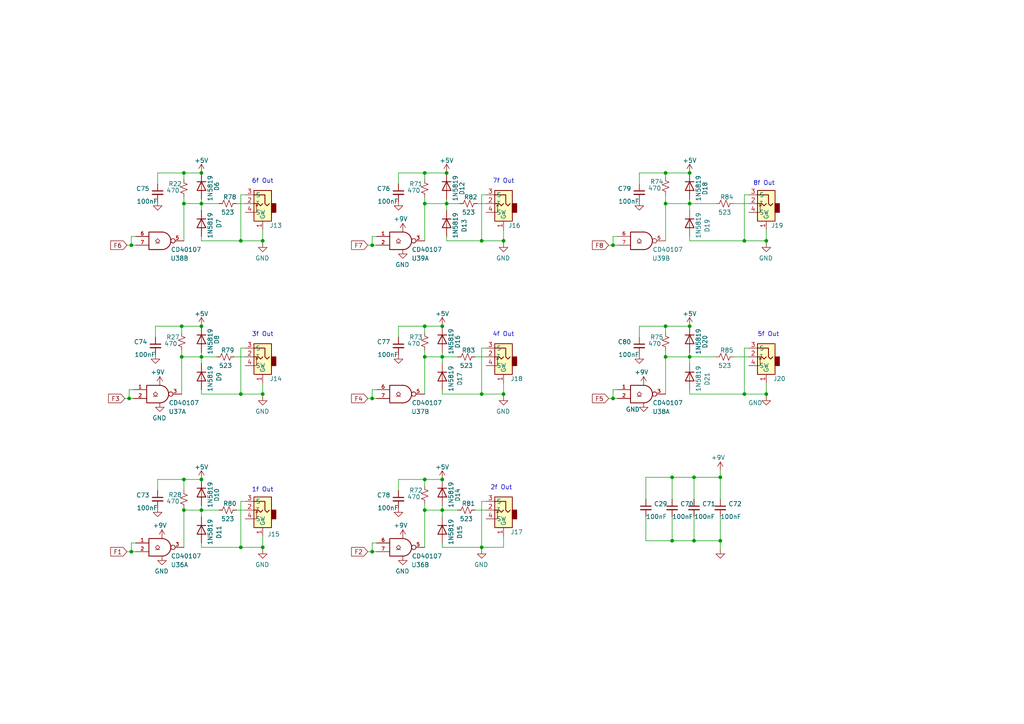
<source format=kicad_sch>
(kicad_sch (version 20211123) (generator eeschema)
  (paper "A4")
  (lib_symbols
    (symbol "Device:C_Small" (pin_numbers hide) (pin_names (offset 0.254) hide)
      (property "Reference" "C" (at 0.254 1.778 0))
      (property "Value" "C_Small" (at 0.254 -2.032 0))
      (symbol "C_Small_0_1"
        (polyline (pts (xy -1.524 -0.508) (xy 1.524 -0.508)) (stroke (width 0.3302)))
        (polyline (pts (xy -1.524 0.508) (xy 1.524 0.508)) (stroke (width 0.3048)))
      )
      (symbol "C_Small_1_1"
        (pin passive line (at 0 2.54 270) (length 2.032) (name "~") (number "1"))
        (pin passive line (at 0 -2.54 90) (length 2.032) (name "~") (number "2"))
      )
    )
    (symbol "Device:R_Small_US" (pin_numbers hide) (pin_names (offset 0.254) hide)
      (property "Reference" "R" (at 0.762 0.508 0))
      (property "Value" "R_Small_US" (at 0.762 -1.016 0))
      (symbol "R_Small_US_1_1"
        (polyline (pts (xy 0 0) (xy 1.016 -0.381) (xy 0 -0.762) (xy -1.016 -1.143) (xy 0 -1.524)))
        (polyline (pts (xy 0 1.524) (xy 1.016 1.143) (xy 0 0.762) (xy -1.016 0.381) (xy 0 0)))
        (pin passive line (at 0 2.54 270) (length 1.016) (name "~") (number "1"))
        (pin passive line (at 0 -2.54 90) (length 1.016) (name "~") (number "2"))
      )
    )
    (symbol "Diode:1N4148" (pin_numbers hide) (pin_names (offset 1.016) hide)
      (property "Reference" "D" (at 0 2.54 0))
      (property "Value" "1N4148" (at 0 -2.54 0))
      (symbol "1N4148_0_1"
        (polyline (pts (xy -1.27 1.27) (xy -1.27 -1.27)) (stroke (width 0.254)))
        (polyline (pts (xy 1.27 0) (xy -1.27 0)))
        (polyline (pts (xy 1.27 1.27) (xy 1.27 -1.27) (xy -1.27 0) (xy 1.27 1.27)) (stroke (width 0.254)))
      )
      (symbol "1N4148_1_1"
        (pin passive line (at -3.81 0 0) (length 2.54) (name "K") (number "1"))
        (pin passive line (at 3.81 0 180) (length 2.54) (name "A") (number "2"))
      )
    )
    (symbol "greenface-symbols:CD40107" (pin_names (offset 1.016))
      (property "Reference" "U" (at -2.54 3.81 0))
      (property "Value" "CD40107" (at 0 -3.81 0))
      (symbol "CD40107_0_1"
        (arc (start 0 -2.54) (mid 2.54 0) (end 0 2.54) (stroke (width 0.254)))
        (polyline (pts (xy -1.905 -0.635) (xy -0.635 -0.635)))
        (polyline (pts (xy 0 -2.54) (xy -3.81 -2.54) (xy -3.81 2.54) (xy 0 2.54)) (stroke (width 0.254)))
        (polyline (pts (xy -1.27 0.635) (xy -1.905 0) (xy -1.27 -0.635) (xy -0.635 0) (xy -1.27 0.635)))
        (pin power_in line (at 0 -2.54 270) (length 0) hide (name "GND") (number "4"))
        (pin power_in line (at 0 2.54 90) (length 0) hide (name "VCC") (number "8"))
      )
      (symbol "CD40107_1_1"
        (pin input line (at -7.62 1.27 0) (length 3.81) (name "~") (number "1"))
        (pin input line (at -7.62 -1.27 0) (length 3.81) (name "~") (number "2"))
        (pin open_collector inverted (at 6.35 0 180) (length 3.81) (name "~") (number "3"))
      )
      (symbol "CD40107_2_1"
        (pin open_collector inverted (at 6.35 0 180) (length 3.81) (name "~") (number "5"))
        (pin input line (at -7.62 1.27 0) (length 3.81) (name "~") (number "6"))
        (pin input line (at -7.62 -1.27 0) (length 3.81) (name "~") (number "7"))
      )
    )
    (symbol "greenface-symbols:Molex_47257"
      (property "Reference" "J" (at 0 8.89 0))
      (property "Value" "Molex_47257" (at 0 6.35 0))
      (symbol "Molex_47257_0_1"
        (rectangle (start -2.54 0) (end -3.81 -2.54) (stroke (width 0.254)) (fill (type outline)))
        (polyline (pts (xy 1.778 -0.254) (xy 2.032 -0.762)))
        (polyline (pts (xy 0 0) (xy 0.635 -0.635) (xy 1.27 0) (xy 2.54 0)) (stroke (width 0.254)))
        (polyline (pts (xy 2.54 -2.54) (xy 1.778 -2.54) (xy 1.778 -0.254) (xy 1.524 -0.762)))
        (polyline (pts (xy 2.54 2.54) (xy -0.635 2.54) (xy -0.635 0) (xy -1.27 -0.635) (xy -1.905 0)) (stroke (width 0.254)))
        (rectangle (start 2.54 3.81) (end -2.54 -5.08) (stroke (width 0.254)) (fill (type background)))
      )
      (symbol "Molex_47257_1_1"
        (pin passive line (at 0 -7.62 90) (length 2.54) (name "G") (number "1"))
        (pin passive line (at 5.08 0 180) (length 2.54) (name "T") (number "2"))
        (pin passive line (at 5.08 2.54 180) (length 2.54) (name "S") (number "3"))
        (pin passive line (at 5.08 -2.54 180) (length 2.54) (name "SW") (number "4"))
      )
    )
    (symbol "power:+5V" (power) (pin_names (offset 0))
      (property "Value" "+5V" (at 0 3.556 0))
      (symbol "+5V_0_1"
        (polyline (pts (xy -0.762 1.27) (xy 0 2.54)))
        (polyline (pts (xy 0 0) (xy 0 2.54)))
        (polyline (pts (xy 0 2.54) (xy 0.762 1.27)))
      )
      (symbol "+5V_1_1"
        (pin power_in line (at 0 0 90) (length 0) hide (name "+5V") (number "1"))
      )
    )
    (symbol "power:+9V" (power) (pin_names (offset 0))
      (property "Value" "+9V" (at 0 3.556 0))
      (symbol "+9V_0_1"
        (polyline (pts (xy -0.762 1.27) (xy 0 2.54)))
        (polyline (pts (xy 0 0) (xy 0 2.54)))
        (polyline (pts (xy 0 2.54) (xy 0.762 1.27)))
      )
      (symbol "+9V_1_1"
        (pin power_in line (at 0 0 90) (length 0) hide (name "+9V") (number "1"))
      )
    )
    (symbol "power:GND" (power) (pin_names (offset 0))
      (property "Value" "GND" (at 0 -3.81 0))
      (symbol "GND_0_1"
        (polyline (pts (xy 0 0) (xy 0 -1.27) (xy 1.27 -1.27) (xy 0 -2.54) (xy -1.27 -1.27) (xy 0 -1.27)))
      )
      (symbol "GND_1_1"
        (pin power_in line (at 0 0 270) (length 0) hide (name "GND") (number "1"))
      )
    )
  )
  (junction (at 38.1 160.02))
  (junction (at 58.42 103.505))
  (junction (at 208.915 156.845))
  (junction (at 193.04 103.505))
  (junction (at 193.04 94.615))
  (junction (at 38.1 71.12))
  (junction (at 123.19 139.065))
  (junction (at 107.95 160.02))
  (junction (at 76.2 158.75))
  (junction (at 200.025 50.165))
  (junction (at 58.42 59.055))
  (junction (at 53.34 139.065))
  (junction (at 222.25 69.85))
  (junction (at 123.19 50.165))
  (junction (at 200.025 103.505))
  (junction (at 194.945 138.43))
  (junction (at 123.19 147.955))
  (junction (at 146.05 114.3))
  (junction (at 69.85 158.75))
  (junction (at 139.7 158.75))
  (junction (at 52.705 103.505))
  (junction (at 177.8 115.57))
  (junction (at 58.42 139.065))
  (junction (at 128.27 103.505))
  (junction (at 37.465 115.57))
  (junction (at 129.54 50.165))
  (junction (at 139.7 114.3))
  (junction (at 58.42 50.165))
  (junction (at 53.34 59.055))
  (junction (at 200.025 94.615))
  (junction (at 123.19 59.055))
  (junction (at 123.19 103.505))
  (junction (at 53.34 50.165))
  (junction (at 53.34 147.955))
  (junction (at 193.04 50.165))
  (junction (at 129.54 59.055))
  (junction (at 58.42 94.615))
  (junction (at 208.915 138.43))
  (junction (at 52.705 94.615))
  (junction (at 58.42 147.955))
  (junction (at 194.945 156.845))
  (junction (at 107.95 71.12))
  (junction (at 76.2 114.3))
  (junction (at 201.295 138.43))
  (junction (at 215.9 114.3))
  (junction (at 128.27 147.955))
  (junction (at 200.025 59.055))
  (junction (at 107.95 115.57))
  (junction (at 69.85 69.85))
  (junction (at 177.8 71.12))
  (junction (at 69.85 114.3))
  (junction (at 146.05 69.85))
  (junction (at 193.04 59.055))
  (junction (at 215.9 69.85))
  (junction (at 76.2 69.85))
  (junction (at 201.295 156.845))
  (junction (at 128.27 94.615))
  (junction (at 139.7 69.85))
  (junction (at 128.27 139.065))
  (junction (at 222.25 114.3))
  (junction (at 123.19 94.615))
  (wire (pts (xy 193.04 101.6) (xy 193.04 103.505)))
  (wire (pts (xy 115.57 97.79) (xy 115.57 94.615)))
  (wire (pts (xy 200.025 114.3) (xy 215.9 114.3)))
  (wire (pts (xy 39.37 157.48) (xy 38.1 157.48)))
  (wire (pts (xy 76.2 69.85) (xy 76.2 70.485)))
  (wire (pts (xy 177.8 113.03) (xy 177.8 115.57)))
  (wire (pts (xy 222.25 69.85) (xy 222.25 70.485)))
  (wire (pts (xy 179.07 68.58) (xy 177.8 68.58)))
  (wire (pts (xy 129.54 59.055) (xy 133.35 59.055)))
  (wire (pts (xy 45.72 50.165) (xy 53.34 50.165)))
  (wire (pts (xy 200.025 103.505) (xy 207.645 103.505)))
  (wire (pts (xy 128.27 102.235) (xy 128.27 103.505)))
  (wire (pts (xy 71.12 56.515) (xy 69.85 56.515)))
  (wire (pts (xy 45.72 53.34) (xy 45.72 50.165)))
  (wire (pts (xy 146.05 66.675) (xy 146.05 69.85)))
  (wire (pts (xy 128.27 103.505) (xy 132.715 103.505)))
  (wire (pts (xy 58.42 158.75) (xy 69.85 158.75)))
  (wire (pts (xy 123.19 103.505) (xy 128.27 103.505)))
  (wire (pts (xy 128.27 103.505) (xy 128.27 105.41)))
  (wire (pts (xy 52.705 103.505) (xy 52.705 114.3)))
  (wire (pts (xy 58.42 69.85) (xy 69.85 69.85)))
  (wire (pts (xy 123.19 140.97) (xy 123.19 139.065)))
  (wire (pts (xy 69.85 114.3) (xy 76.2 114.3)))
  (wire (pts (xy 215.9 69.85) (xy 222.25 69.85)))
  (wire (pts (xy 201.295 156.845) (xy 208.915 156.845)))
  (wire (pts (xy 115.57 142.24) (xy 115.57 139.065)))
  (wire (pts (xy 38.1 160.02) (xy 39.37 160.02)))
  (wire (pts (xy 222.25 114.3) (xy 222.25 114.935)))
  (wire (pts (xy 53.34 50.165) (xy 58.42 50.165)))
  (wire (pts (xy 123.19 94.615) (xy 128.27 94.615)))
  (wire (pts (xy 45.72 139.065) (xy 53.34 139.065)))
  (wire (pts (xy 68.58 59.055) (xy 71.12 59.055)))
  (wire (pts (xy 53.34 59.055) (xy 58.42 59.055)))
  (wire (pts (xy 58.42 147.955) (xy 63.5 147.955)))
  (wire (pts (xy 215.9 114.3) (xy 222.25 114.3)))
  (wire (pts (xy 128.27 113.03) (xy 128.27 114.3)))
  (wire (pts (xy 109.22 113.03) (xy 107.95 113.03)))
  (wire (pts (xy 58.42 146.685) (xy 58.42 147.955)))
  (wire (pts (xy 193.04 50.165) (xy 200.025 50.165)))
  (wire (pts (xy 212.725 103.505) (xy 217.17 103.505)))
  (wire (pts (xy 38.1 68.58) (xy 38.1 71.12)))
  (wire (pts (xy 38.1 157.48) (xy 38.1 160.02)))
  (wire (pts (xy 215.9 56.515) (xy 215.9 69.85)))
  (wire (pts (xy 177.8 71.12) (xy 179.07 71.12)))
  (wire (pts (xy 200.025 69.85) (xy 215.9 69.85)))
  (wire (pts (xy 146.05 69.85) (xy 146.05 70.485)))
  (wire (pts (xy 201.295 149.86) (xy 201.295 156.845)))
  (wire (pts (xy 76.2 111.125) (xy 76.2 114.3)))
  (wire (pts (xy 69.85 100.965) (xy 69.85 114.3)))
  (wire (pts (xy 193.04 51.435) (xy 193.04 50.165)))
  (wire (pts (xy 139.7 114.3) (xy 146.05 114.3)))
  (wire (pts (xy 58.42 114.3) (xy 69.85 114.3)))
  (wire (pts (xy 128.27 147.955) (xy 132.715 147.955)))
  (wire (pts (xy 58.42 157.48) (xy 58.42 158.75)))
  (wire (pts (xy 193.04 59.055) (xy 193.04 69.85)))
  (wire (pts (xy 37.465 115.57) (xy 38.735 115.57)))
  (wire (pts (xy 53.34 147.955) (xy 58.42 147.955)))
  (wire (pts (xy 69.85 69.85) (xy 76.2 69.85)))
  (wire (pts (xy 200.025 103.505) (xy 200.025 105.41)))
  (wire (pts (xy 185.42 94.615) (xy 193.04 94.615)))
  (wire (pts (xy 193.04 56.515) (xy 193.04 59.055)))
  (wire (pts (xy 139.7 69.85) (xy 146.05 69.85)))
  (wire (pts (xy 123.19 147.955) (xy 128.27 147.955)))
  (wire (pts (xy 208.915 136.525) (xy 208.915 138.43)))
  (wire (pts (xy 67.945 103.505) (xy 71.12 103.505)))
  (wire (pts (xy 215.9 100.965) (xy 215.9 114.3)))
  (wire (pts (xy 123.19 50.165) (xy 129.54 50.165)))
  (wire (pts (xy 123.19 139.065) (xy 128.27 139.065)))
  (wire (pts (xy 200.025 68.58) (xy 200.025 69.85)))
  (wire (pts (xy 58.42 59.055) (xy 63.5 59.055)))
  (wire (pts (xy 123.19 59.055) (xy 123.19 69.85)))
  (wire (pts (xy 200.025 102.235) (xy 200.025 103.505)))
  (wire (pts (xy 138.43 59.055) (xy 140.97 59.055)))
  (wire (pts (xy 53.34 147.32) (xy 53.34 147.955)))
  (wire (pts (xy 58.42 68.58) (xy 58.42 69.85)))
  (wire (pts (xy 128.27 157.48) (xy 128.27 158.75)))
  (wire (pts (xy 69.85 56.515) (xy 69.85 69.85)))
  (wire (pts (xy 37.465 113.03) (xy 37.465 115.57)))
  (wire (pts (xy 38.1 71.12) (xy 39.37 71.12)))
  (wire (pts (xy 106.68 115.57) (xy 107.95 115.57)))
  (wire (pts (xy 201.295 138.43) (xy 201.295 144.78)))
  (wire (pts (xy 45.085 94.615) (xy 52.705 94.615)))
  (wire (pts (xy 53.34 57.15) (xy 53.34 59.055)))
  (wire (pts (xy 128.27 114.3) (xy 139.7 114.3)))
  (wire (pts (xy 201.295 138.43) (xy 208.915 138.43)))
  (wire (pts (xy 53.34 142.24) (xy 53.34 139.065)))
  (wire (pts (xy 71.12 145.415) (xy 69.85 145.415)))
  (wire (pts (xy 179.07 113.03) (xy 177.8 113.03)))
  (wire (pts (xy 68.58 147.955) (xy 71.12 147.955)))
  (wire (pts (xy 208.915 149.86) (xy 208.915 156.845)))
  (wire (pts (xy 53.34 139.065) (xy 58.42 139.065)))
  (wire (pts (xy 217.17 100.965) (xy 215.9 100.965)))
  (wire (pts (xy 222.25 66.675) (xy 222.25 69.85)))
  (wire (pts (xy 76.2 66.675) (xy 76.2 69.85)))
  (wire (pts (xy 194.945 149.86) (xy 194.945 156.845)))
  (wire (pts (xy 187.325 149.86) (xy 187.325 156.845)))
  (wire (pts (xy 58.42 103.505) (xy 58.42 105.41)))
  (wire (pts (xy 177.8 115.57) (xy 179.07 115.57)))
  (wire (pts (xy 123.19 52.07) (xy 123.19 50.165)))
  (wire (pts (xy 187.325 156.845) (xy 194.945 156.845)))
  (wire (pts (xy 129.54 57.785) (xy 129.54 59.055)))
  (wire (pts (xy 208.915 138.43) (xy 208.915 144.78)))
  (wire (pts (xy 58.42 147.955) (xy 58.42 149.86)))
  (wire (pts (xy 194.945 138.43) (xy 194.945 144.78)))
  (wire (pts (xy 52.705 96.52) (xy 52.705 94.615)))
  (wire (pts (xy 107.95 157.48) (xy 107.95 160.02)))
  (wire (pts (xy 38.735 113.03) (xy 37.465 113.03)))
  (wire (pts (xy 222.25 111.125) (xy 222.25 114.3)))
  (wire (pts (xy 123.19 57.15) (xy 123.19 59.055)))
  (wire (pts (xy 36.83 160.02) (xy 38.1 160.02)))
  (wire (pts (xy 139.7 158.75) (xy 139.7 159.385)))
  (wire (pts (xy 107.95 71.12) (xy 109.22 71.12)))
  (wire (pts (xy 115.57 53.34) (xy 115.57 50.165)))
  (wire (pts (xy 39.37 68.58) (xy 38.1 68.58)))
  (wire (pts (xy 137.795 103.505) (xy 140.97 103.505)))
  (wire (pts (xy 52.705 103.505) (xy 58.42 103.505)))
  (wire (pts (xy 129.54 69.85) (xy 139.7 69.85)))
  (wire (pts (xy 140.97 100.965) (xy 139.7 100.965)))
  (wire (pts (xy 115.57 50.165) (xy 123.19 50.165)))
  (wire (pts (xy 123.19 146.05) (xy 123.19 147.955)))
  (wire (pts (xy 200.025 113.03) (xy 200.025 114.3)))
  (wire (pts (xy 185.42 50.165) (xy 193.04 50.165)))
  (wire (pts (xy 106.68 71.12) (xy 107.95 71.12)))
  (wire (pts (xy 123.19 103.505) (xy 123.19 114.3)))
  (wire (pts (xy 139.7 100.965) (xy 139.7 114.3)))
  (wire (pts (xy 128.27 158.75) (xy 139.7 158.75)))
  (wire (pts (xy 53.34 147.955) (xy 53.34 158.75)))
  (wire (pts (xy 76.2 114.3) (xy 76.2 114.935)))
  (wire (pts (xy 208.915 156.845) (xy 208.915 159.385)))
  (wire (pts (xy 185.42 97.79) (xy 185.42 94.615)))
  (wire (pts (xy 140.97 56.515) (xy 139.7 56.515)))
  (wire (pts (xy 137.795 147.955) (xy 140.97 147.955)))
  (wire (pts (xy 129.54 68.58) (xy 129.54 69.85)))
  (wire (pts (xy 139.7 145.415) (xy 139.7 158.75)))
  (wire (pts (xy 140.97 145.415) (xy 139.7 145.415)))
  (wire (pts (xy 109.22 68.58) (xy 107.95 68.58)))
  (wire (pts (xy 76.2 158.75) (xy 76.2 159.385)))
  (wire (pts (xy 107.95 160.02) (xy 109.22 160.02)))
  (wire (pts (xy 106.68 160.02) (xy 107.95 160.02)))
  (wire (pts (xy 177.8 68.58) (xy 177.8 71.12)))
  (wire (pts (xy 107.95 115.57) (xy 109.22 115.57)))
  (wire (pts (xy 187.325 138.43) (xy 187.325 144.78)))
  (wire (pts (xy 69.85 145.415) (xy 69.85 158.75)))
  (wire (pts (xy 128.27 147.955) (xy 128.27 149.86)))
  (wire (pts (xy 146.05 114.3) (xy 146.05 114.935)))
  (wire (pts (xy 193.04 94.615) (xy 200.025 94.615)))
  (wire (pts (xy 146.05 155.575) (xy 146.05 158.75)))
  (wire (pts (xy 187.325 138.43) (xy 194.945 138.43)))
  (wire (pts (xy 58.42 59.055) (xy 58.42 60.96)))
  (wire (pts (xy 193.04 103.505) (xy 193.04 114.3)))
  (wire (pts (xy 107.95 113.03) (xy 107.95 115.57)))
  (wire (pts (xy 71.12 100.965) (xy 69.85 100.965)))
  (wire (pts (xy 217.17 56.515) (xy 215.9 56.515)))
  (wire (pts (xy 52.705 101.6) (xy 52.705 103.505)))
  (wire (pts (xy 139.7 56.515) (xy 139.7 69.85)))
  (wire (pts (xy 115.57 139.065) (xy 123.19 139.065)))
  (wire (pts (xy 176.53 71.12) (xy 177.8 71.12)))
  (wire (pts (xy 123.19 59.055) (xy 129.54 59.055)))
  (wire (pts (xy 58.42 102.235) (xy 58.42 103.505)))
  (wire (pts (xy 53.34 59.055) (xy 53.34 69.85)))
  (wire (pts (xy 52.705 94.615) (xy 58.42 94.615)))
  (wire (pts (xy 193.04 103.505) (xy 200.025 103.505)))
  (wire (pts (xy 45.085 97.79) (xy 45.085 94.615)))
  (wire (pts (xy 200.025 59.055) (xy 200.025 60.96)))
  (wire (pts (xy 193.04 59.055) (xy 200.025 59.055)))
  (wire (pts (xy 185.42 53.34) (xy 185.42 50.165)))
  (wire (pts (xy 128.27 146.685) (xy 128.27 147.955)))
  (wire (pts (xy 212.725 59.055) (xy 217.17 59.055)))
  (wire (pts (xy 109.22 157.48) (xy 107.95 157.48)))
  (wire (pts (xy 76.2 155.575) (xy 76.2 158.75)))
  (wire (pts (xy 129.54 59.055) (xy 129.54 60.96)))
  (wire (pts (xy 176.53 115.57) (xy 177.8 115.57)))
  (wire (pts (xy 115.57 94.615) (xy 123.19 94.615)))
  (wire (pts (xy 194.945 138.43) (xy 201.295 138.43)))
  (wire (pts (xy 58.42 57.785) (xy 58.42 59.055)))
  (wire (pts (xy 200.025 59.055) (xy 207.645 59.055)))
  (wire (pts (xy 194.945 156.845) (xy 201.295 156.845)))
  (wire (pts (xy 36.83 71.12) (xy 38.1 71.12)))
  (wire (pts (xy 58.42 103.505) (xy 62.865 103.505)))
  (wire (pts (xy 123.19 96.52) (xy 123.19 94.615)))
  (wire (pts (xy 200.025 57.785) (xy 200.025 59.055)))
  (wire (pts (xy 193.04 96.52) (xy 193.04 94.615)))
  (wire (pts (xy 139.7 158.75) (xy 146.05 158.75)))
  (wire (pts (xy 45.72 142.24) (xy 45.72 139.065)))
  (wire (pts (xy 107.95 68.58) (xy 107.95 71.12)))
  (wire (pts (xy 123.19 147.955) (xy 123.19 158.75)))
  (wire (pts (xy 123.19 101.6) (xy 123.19 103.505)))
  (wire (pts (xy 69.85 158.75) (xy 76.2 158.75)))
  (wire (pts (xy 146.05 111.125) (xy 146.05 114.3)))
  (wire (pts (xy 58.42 113.03) (xy 58.42 114.3)))
  (wire (pts (xy 53.34 52.07) (xy 53.34 50.165)))
  (wire (pts (xy 36.195 115.57) (xy 37.465 115.57)))
  (text "5f Out" (at 219.71 97.79 0) (effects (font (size 1.27 1.27)) (justify left bottom)))
  (text "6f Out" (at 73.025 53.34 0) (effects (font (size 1.27 1.27)) (justify left bottom)))
  (text "2f Out" (at 142.24 142.24 0) (effects (font (size 1.27 1.27)) (justify left bottom)))
  (text "8f Out" (at 218.44 53.975 0) (effects (font (size 1.27 1.27)) (justify left bottom)))
  (text "4f Out" (at 142.875 97.79 0) (effects (font (size 1.27 1.27)) (justify left bottom)))
  (text "3f Out" (at 73.025 97.79 0) (effects (font (size 1.27 1.27)) (justify left bottom)))
  (text "1f Out" (at 73.025 142.875 0) (effects (font (size 1.27 1.27)) (justify left bottom)))
  (text "7f Out" (at 142.875 53.34 0) (effects (font (size 1.27 1.27)) (justify left bottom)))
  (global_label "F5" (shape input) (at 176.53 115.57 180) (property "Intersheet References" "${INTERSHEET_REFS}" (effects hide)))
  (global_label "F3" (shape input) (at 36.195 115.57 180) (property "Intersheet References" "${INTERSHEET_REFS}" (effects hide)))
  (global_label "F6" (shape input) (at 36.83 71.12 180) (property "Intersheet References" "${INTERSHEET_REFS}" (effects hide)))
  (global_label "F2" (shape input) (at 106.68 160.02 180) (property "Intersheet References" "${INTERSHEET_REFS}" (effects hide)))
  (global_label "F1" (shape input) (at 36.83 160.02 180) (property "Intersheet References" "${INTERSHEET_REFS}" (effects hide)))
  (global_label "F7" (shape input) (at 106.68 71.12 180) (property "Intersheet References" "${INTERSHEET_REFS}" (effects hide)))
  (global_label "F4" (shape input) (at 106.68 115.57 180) (property "Intersheet References" "${INTERSHEET_REFS}" (effects hide)))
  (global_label "F8" (shape input) (at 176.53 71.12 180) (property "Intersheet References" "${INTERSHEET_REFS}" (effects hide)))
  (symbol (lib_id "greenface-symbols:CD40107") (at 46.355 114.3 0) (unit 1)
    (property "Reference" "U37" (at 51.435 119.38 0))
    (property "Value" "CD40107" (at 53.34 116.84 0))
    (property "Footprint" "Package_SO:SOIC-8_3.9x4.9mm_P1.27mm" (effects hide))
    (property "Datasheet" "http://www.ti.com/lit/sg/scyt129e/scyt129e.pdf" (effects hide))
  )
  (symbol (lib_id "greenface-symbols:CD40107") (at 116.84 158.75 0) (unit 2)
    (property "Reference" "U36" (at 121.92 163.83 0))
    (property "Value" "CD40107" (at 123.825 161.29 0))
    (property "Footprint" "Package_SO:SOIC-8_3.9x4.9mm_P1.27mm" (effects hide))
    (property "Datasheet" "http://www.ti.com/lit/sg/scyt129e/scyt129e.pdf" (effects hide))
  )
  (symbol (lib_id "Device:R_Small_US") (at 65.405 103.505 270) (unit 1)
    (property "Reference" "R79" (at 66.04 101.6 90))
    (property "Value" "523" (at 65.405 106.045 90))
    (property "Footprint" "Resistor_SMD:R_0603_1608Metric" (effects hide))
    (property "Digi-Key Part" "CRT0805-FZ-1002ELFCT-ND" (effects hide))
    (property "LCSC Part #" "C2107335" (effects hide))
  )
  (symbol (lib_id "Device:R_Small_US") (at 123.19 99.06 180) (unit 1)
    (property "Reference" "R73" (at 120.65 97.79 0))
    (property "Value" "470" (at 120.015 99.695 0))
    (property "Footprint" "Resistor_SMD:R_0805_2012Metric_Pad1.20x1.40mm_HandSolder" (effects hide))
    (property "Digi-Key Part" "PPC470W-1CT-ND" (effects hide))
    (property "LCSC Part #" "C328396" (effects hide))
  )
  (symbol (lib_id "greenface-symbols:Molex_47257") (at 76.2 59.055 0) (mirror y) (unit 1)
    (property "Reference" "J13" (at 80.01 65.405 0))
    (property "Value" "3.5mm Jack" (effects hide))
    (property "Footprint" "sputterizer:Molex-0472570001" (effects hide))
    (property "Digi-Key Part" "WM17366-ND" (effects hide))
  )
  (symbol (lib_id "power:GND") (at 186.69 116.84 0) (mirror y) (unit 1)
    (property "Reference" "#PWR0157" (effects hide))
    (property "Value" "GND" (at 183.515 118.745 0))
  )
  (symbol (lib_id "Device:C_Small") (at 208.915 147.32 0) (unit 1)
    (property "Reference" "C72" (at 211.2518 146.1516 0) (effects (justify left)))
    (property "Value" "100nF" (at 208.915 149.86 0) (effects (justify left)))
    (property "Footprint" "Capacitor_SMD:C_0805_2012Metric_Pad1.18x1.45mm_HandSolder" (effects hide))
    (property "Datasheet" "http://datasheets.avx.com/SR-Series.pdf" (effects hide))
    (property "Digi-Key Part" "478-10836-1-ND" (effects hide))
    (property "LCSC Part #" "C49678" (effects hide))
  )
  (symbol (lib_id "Diode:1N4148") (at 58.42 142.875 270) (unit 1)
    (property "Reference" "D10" (at 62.865 141.605 0) (effects (justify left)))
    (property "Value" "1N5819" (at 60.96 139.7 0) (effects (justify left)))
    (property "Footprint" "Diode_SMD:D_0805_2012Metric_Pad1.15x1.40mm_HandSolder" (effects hide))
    (property "Digi-Key Part" "478-7800-1-ND" (effects hide))
    (property "LCSC Part #" "C191023" (effects hide))
  )
  (symbol (lib_id "Device:R_Small_US") (at 66.04 59.055 270) (unit 1)
    (property "Reference" "R78" (at 66.675 57.15 90))
    (property "Value" "523" (at 66.04 61.595 90))
    (property "Footprint" "Resistor_SMD:R_0603_1608Metric" (effects hide))
    (property "Digi-Key Part" "CRT0805-FZ-1002ELFCT-ND" (effects hide))
    (property "LCSC Part #" "C2107335" (effects hide))
  )
  (symbol (lib_id "Device:C_Small") (at 115.57 100.33 0) (mirror y) (unit 1)
    (property "Reference" "C77" (at 113.2332 99.1616 0) (effects (justify left)))
    (property "Value" "100nF" (at 115.57 102.87 0) (effects (justify left)))
    (property "Footprint" "Capacitor_SMD:C_0805_2012Metric_Pad1.18x1.45mm_HandSolder" (effects hide))
    (property "Datasheet" "http://datasheets.avx.com/SR-Series.pdf" (effects hide))
    (property "Digi-Key Part" "478-10836-1-ND" (effects hide))
    (property "LCSC Part #" "C49678" (effects hide))
  )
  (symbol (lib_id "power:+5V") (at 200.025 94.615 0) (unit 1)
    (property "Reference" "#PWR0165" (effects hide))
    (property "Value" "+5V" (at 200.025 91.0105 0))
  )
  (symbol (lib_id "Device:C_Small") (at 45.085 100.33 0) (mirror y) (unit 1)
    (property "Reference" "C74" (at 42.7482 99.1616 0) (effects (justify left)))
    (property "Value" "100nF" (at 45.085 102.87 0) (effects (justify left)))
    (property "Footprint" "Capacitor_SMD:C_0805_2012Metric_Pad1.18x1.45mm_HandSolder" (effects hide))
    (property "Datasheet" "http://datasheets.avx.com/SR-Series.pdf" (effects hide))
    (property "Digi-Key Part" "478-10836-1-ND" (effects hide))
    (property "LCSC Part #" "C49678" (effects hide))
  )
  (symbol (lib_id "power:GND") (at 146.05 70.485 0) (mirror y) (unit 1)
    (property "Reference" "#PWR0159" (effects hide))
    (property "Value" "GND" (at 145.923 74.8792 0))
  )
  (symbol (lib_id "Device:C_Small") (at 185.42 100.33 0) (mirror y) (unit 1)
    (property "Reference" "C80" (at 183.0832 99.1616 0) (effects (justify left)))
    (property "Value" "100nF" (at 185.42 102.87 0) (effects (justify left)))
    (property "Footprint" "Capacitor_SMD:C_0805_2012Metric_Pad1.18x1.45mm_HandSolder" (effects hide))
    (property "Datasheet" "http://datasheets.avx.com/SR-Series.pdf" (effects hide))
    (property "Digi-Key Part" "478-10836-1-ND" (effects hide))
    (property "LCSC Part #" "C49678" (effects hide))
  )
  (symbol (lib_id "greenface-symbols:Molex_47257") (at 76.2 147.955 0) (mirror y) (unit 1)
    (property "Reference" "J15" (at 79.375 154.94 0))
    (property "Value" "3.5mm Jack" (effects hide))
    (property "Footprint" "sputterizer:Molex-0472570001" (effects hide))
    (property "Digi-Key Part" "WM17366-ND" (effects hide))
  )
  (symbol (lib_id "power:+5V") (at 58.42 139.065 0) (unit 1)
    (property "Reference" "#PWR0141" (effects hide))
    (property "Value" "+5V" (at 58.42 135.4605 0))
  )
  (symbol (lib_id "power:+9V") (at 208.915 136.525 0) (unit 1)
    (property "Reference" "#PWR0164" (effects hide))
    (property "Value" "+9V" (at 208.28 132.715 0))
  )
  (symbol (lib_id "power:GND") (at 185.42 102.87 0) (mirror y) (unit 1)
    (property "Reference" "#PWR022" (effects hide))
    (property "Value" "GND" (effects hide))
  )
  (symbol (lib_id "greenface-symbols:CD40107") (at 46.99 158.75 0) (unit 1)
    (property "Reference" "U36" (at 52.07 163.83 0))
    (property "Value" "CD40107" (at 53.975 161.29 0))
    (property "Footprint" "Package_SO:SOIC-8_3.9x4.9mm_P1.27mm" (effects hide))
    (property "Datasheet" "http://www.ti.com/lit/sg/scyt129e/scyt129e.pdf" (effects hide))
  )
  (symbol (lib_id "power:+9V") (at 116.84 156.21 0) (unit 1)
    (property "Reference" "#PWR0152" (effects hide))
    (property "Value" "+9V" (at 116.205 152.4 0))
  )
  (symbol (lib_id "Device:R_Small_US") (at 193.04 53.975 180) (unit 1)
    (property "Reference" "R74" (at 190.5 52.705 0))
    (property "Value" "470" (at 189.865 54.61 0))
    (property "Footprint" "Resistor_SMD:R_0805_2012Metric_Pad1.20x1.40mm_HandSolder" (effects hide))
    (property "Digi-Key Part" "PPC470W-1CT-ND" (effects hide))
    (property "LCSC Part #" "C328396" (effects hide))
  )
  (symbol (lib_id "greenface-symbols:CD40107") (at 116.84 114.3 0) (unit 2)
    (property "Reference" "U37" (at 121.92 119.38 0))
    (property "Value" "CD40107" (at 123.825 116.84 0))
    (property "Footprint" "Package_SO:SOIC-8_3.9x4.9mm_P1.27mm" (effects hide))
    (property "Datasheet" "http://www.ti.com/lit/sg/scyt129e/scyt129e.pdf" (effects hide))
  )
  (symbol (lib_id "Diode:1N4148") (at 58.42 53.975 270) (unit 1)
    (property "Reference" "D6" (at 62.865 52.705 0) (effects (justify left)))
    (property "Value" "1N5819" (at 60.96 50.8 0) (effects (justify left)))
    (property "Footprint" "Diode_SMD:D_0805_2012Metric_Pad1.15x1.40mm_HandSolder" (effects hide))
    (property "Digi-Key Part" "478-7800-1-ND" (effects hide))
    (property "LCSC Part #" "C191023" (effects hide))
  )
  (symbol (lib_id "power:GND") (at 45.72 58.42 0) (mirror y) (unit 1)
    (property "Reference" "#PWR08" (effects hide))
    (property "Value" "GND" (effects hide))
  )
  (symbol (lib_id "power:+9V") (at 116.84 67.31 0) (unit 1)
    (property "Reference" "#PWR0153" (effects hide))
    (property "Value" "+9V" (at 116.205 63.5 0))
  )
  (symbol (lib_id "power:GND") (at 46.99 161.29 0) (mirror y) (unit 1)
    (property "Reference" "#PWR0140" (effects hide))
    (property "Value" "GND" (at 46.863 165.6842 0))
  )
  (symbol (lib_id "power:+5V") (at 200.025 50.165 0) (unit 1)
    (property "Reference" "#PWR0166" (effects hide))
    (property "Value" "+5V" (at 200.025 46.5605 0))
  )
  (symbol (lib_id "Device:R_Small_US") (at 193.04 99.06 180) (unit 1)
    (property "Reference" "R75" (at 190.5 97.79 0))
    (property "Value" "470" (at 189.865 99.695 0))
    (property "Footprint" "Resistor_SMD:R_0805_2012Metric_Pad1.20x1.40mm_HandSolder" (effects hide))
    (property "Digi-Key Part" "PPC470W-1CT-ND" (effects hide))
    (property "LCSC Part #" "C328396" (effects hide))
  )
  (symbol (lib_id "power:+5V") (at 58.42 50.165 0) (unit 1)
    (property "Reference" "#PWR0149" (effects hide))
    (property "Value" "+5V" (at 58.42 46.5605 0))
  )
  (symbol (lib_id "greenface-symbols:Molex_47257") (at 76.2 103.505 0) (mirror y) (unit 1)
    (property "Reference" "J14" (at 80.01 109.855 0))
    (property "Value" "3.5mm Jack" (effects hide))
    (property "Footprint" "sputterizer:Molex-0472570001" (effects hide))
    (property "Digi-Key Part" "WM17366-ND" (effects hide))
  )
  (symbol (lib_id "power:+9V") (at 46.355 111.76 0) (unit 1)
    (property "Reference" "#PWR0147" (effects hide))
    (property "Value" "+9V" (at 45.72 107.95 0))
  )
  (symbol (lib_id "power:GND") (at 76.2 70.485 0) (mirror y) (unit 1)
    (property "Reference" "#PWR0148" (effects hide))
    (property "Value" "GND" (at 76.073 74.8792 0))
  )
  (symbol (lib_id "power:GND") (at 208.915 159.385 0) (unit 1)
    (property "Reference" "#PWR0162" (effects hide))
    (property "Value" "GND" (effects hide))
  )
  (symbol (lib_id "power:GND") (at 139.7 159.385 0) (mirror y) (unit 1)
    (property "Reference" "#PWR0155" (effects hide))
    (property "Value" "GND" (at 139.573 163.7792 0))
  )
  (symbol (lib_id "Device:R_Small_US") (at 135.89 59.055 270) (unit 1)
    (property "Reference" "R82" (at 136.525 57.15 90))
    (property "Value" "523" (at 135.89 61.595 90))
    (property "Footprint" "Resistor_SMD:R_0603_1608Metric" (effects hide))
    (property "Digi-Key Part" "CRT0805-FZ-1002ELFCT-ND" (effects hide))
    (property "LCSC Part #" "C2107335" (effects hide))
  )
  (symbol (lib_id "power:GND") (at 185.42 58.42 0) (mirror y) (unit 1)
    (property "Reference" "#PWR020" (effects hide))
    (property "Value" "GND" (effects hide))
  )
  (symbol (lib_id "Diode:1N4148") (at 58.42 64.77 270) (unit 1)
    (property "Reference" "D7" (at 63.5 63.5 0) (effects (justify left)))
    (property "Value" "1N5819" (at 60.96 61.595 0) (effects (justify left)))
    (property "Footprint" "Diode_SMD:D_0805_2012Metric_Pad1.15x1.40mm_HandSolder" (effects hide))
    (property "Digi-Key Part" "478-7800-1-ND" (effects hide))
    (property "LCSC Part #" "C191023" (effects hide))
  )
  (symbol (lib_id "power:GND") (at 222.25 70.485 0) (mirror y) (unit 1)
    (property "Reference" "#PWR0161" (effects hide))
    (property "Value" "GND" (at 222.123 74.8792 0))
  )
  (symbol (lib_id "Device:C_Small") (at 201.295 147.32 0) (unit 1)
    (property "Reference" "C71" (at 203.6318 146.1516 0) (effects (justify left)))
    (property "Value" "100nF" (at 201.295 149.86 0) (effects (justify left)))
    (property "Footprint" "Capacitor_SMD:C_0805_2012Metric_Pad1.18x1.45mm_HandSolder" (effects hide))
    (property "Datasheet" "http://datasheets.avx.com/SR-Series.pdf" (effects hide))
    (property "Digi-Key Part" "478-10836-1-ND" (effects hide))
    (property "LCSC Part #" "C49678" (effects hide))
  )
  (symbol (lib_id "Diode:1N4148") (at 128.27 153.67 270) (unit 1)
    (property "Reference" "D15" (at 133.35 152.4 0) (effects (justify left)))
    (property "Value" "1N5819" (at 130.81 150.495 0) (effects (justify left)))
    (property "Footprint" "Diode_SMD:D_0805_2012Metric_Pad1.15x1.40mm_HandSolder" (effects hide))
    (property "Digi-Key Part" "478-7800-1-ND" (effects hide))
    (property "LCSC Part #" "C191023" (effects hide))
  )
  (symbol (lib_id "power:GND") (at 45.72 147.32 0) (mirror y) (unit 1)
    (property "Reference" "#PWR0138" (effects hide))
    (property "Value" "GND" (effects hide))
  )
  (symbol (lib_id "power:+5V") (at 129.54 50.165 0) (unit 1)
    (property "Reference" "#PWR0154" (effects hide))
    (property "Value" "+5V" (at 129.54 46.5605 0))
  )
  (symbol (lib_id "power:GND") (at 115.57 58.42 0) (mirror y) (unit 1)
    (property "Reference" "#PWR011" (effects hide))
    (property "Value" "GND" (effects hide))
  )
  (symbol (lib_id "power:+5V") (at 128.27 94.615 0) (unit 1)
    (property "Reference" "#PWR0143" (effects hide))
    (property "Value" "+5V" (at 128.27 91.0105 0))
  )
  (symbol (lib_id "Device:R_Small_US") (at 53.34 144.78 180) (unit 1)
    (property "Reference" "R28" (at 50.8 143.51 0))
    (property "Value" "470" (at 50.165 145.415 0))
    (property "Footprint" "Resistor_SMD:R_0805_2012Metric_Pad1.20x1.40mm_HandSolder" (effects hide))
    (property "Digi-Key Part" "PPC470W-1CT-ND" (effects hide))
    (property "LCSC Part #" "C328396" (effects hide))
  )
  (symbol (lib_id "greenface-symbols:Molex_47257") (at 222.25 103.505 0) (mirror y) (unit 1)
    (property "Reference" "J20" (at 226.06 109.855 0))
    (property "Value" "3.5mm Jack" (effects hide))
    (property "Footprint" "sputterizer:Molex-0472570001" (effects hide))
    (property "Digi-Key Part" "WM17366-ND" (effects hide))
  )
  (symbol (lib_id "power:GND") (at 76.2 114.935 0) (mirror y) (unit 1)
    (property "Reference" "#PWR0145" (effects hide))
    (property "Value" "GND" (at 76.073 119.3292 0))
  )
  (symbol (lib_id "Device:C_Small") (at 185.42 55.88 0) (mirror y) (unit 1)
    (property "Reference" "C79" (at 183.0832 54.7116 0) (effects (justify left)))
    (property "Value" "100nF" (at 185.42 58.42 0) (effects (justify left)))
    (property "Footprint" "Capacitor_SMD:C_0805_2012Metric_Pad1.18x1.45mm_HandSolder" (effects hide))
    (property "Datasheet" "http://datasheets.avx.com/SR-Series.pdf" (effects hide))
    (property "Digi-Key Part" "478-10836-1-ND" (effects hide))
    (property "LCSC Part #" "C49678" (effects hide))
  )
  (symbol (lib_id "greenface-symbols:CD40107") (at 116.84 69.85 0) (unit 1)
    (property "Reference" "U39" (at 121.92 74.93 0))
    (property "Value" "CD40107" (at 123.825 72.39 0))
    (property "Footprint" "Package_SO:SOIC-8_3.9x4.9mm_P1.27mm" (effects hide))
    (property "Datasheet" "http://www.ti.com/lit/sg/scyt129e/scyt129e.pdf" (effects hide))
  )
  (symbol (lib_id "Device:R_Small_US") (at 210.185 59.055 270) (unit 1)
    (property "Reference" "R84" (at 210.82 57.15 90))
    (property "Value" "523" (at 210.185 61.595 90))
    (property "Footprint" "Resistor_SMD:R_0603_1608Metric" (effects hide))
    (property "Digi-Key Part" "CRT0805-FZ-1002ELFCT-ND" (effects hide))
    (property "LCSC Part #" "C2107335" (effects hide))
  )
  (symbol (lib_id "power:GND") (at 116.84 72.39 0) (mirror y) (unit 1)
    (property "Reference" "#PWR0144" (effects hide))
    (property "Value" "GND" (at 116.713 76.7842 0))
  )
  (symbol (lib_id "Device:C_Small") (at 45.72 55.88 0) (mirror y) (unit 1)
    (property "Reference" "C75" (at 43.3832 54.7116 0) (effects (justify left)))
    (property "Value" "100nF" (at 45.72 58.42 0) (effects (justify left)))
    (property "Footprint" "Capacitor_SMD:C_0805_2012Metric_Pad1.18x1.45mm_HandSolder" (effects hide))
    (property "Datasheet" "http://datasheets.avx.com/SR-Series.pdf" (effects hide))
    (property "Digi-Key Part" "478-10836-1-ND" (effects hide))
    (property "LCSC Part #" "C49678" (effects hide))
  )
  (symbol (lib_id "power:+9V") (at 46.99 156.21 0) (unit 1)
    (property "Reference" "#PWR0139" (effects hide))
    (property "Value" "+9V" (at 46.355 152.4 0))
  )
  (symbol (lib_id "power:GND") (at 115.57 102.87 0) (mirror y) (unit 1)
    (property "Reference" "#PWR017" (effects hide))
    (property "Value" "GND" (effects hide))
  )
  (symbol (lib_id "power:GND") (at 115.57 147.32 0) (mirror y) (unit 1)
    (property "Reference" "#PWR018" (effects hide))
    (property "Value" "GND" (effects hide))
  )
  (symbol (lib_id "power:GND") (at 146.05 114.935 0) (mirror y) (unit 1)
    (property "Reference" "#PWR0158" (effects hide))
    (property "Value" "GND" (at 145.923 119.3292 0))
  )
  (symbol (lib_id "Diode:1N4148") (at 200.025 98.425 270) (unit 1)
    (property "Reference" "D20" (at 204.47 97.155 0) (effects (justify left)))
    (property "Value" "1N5819" (at 202.565 95.25 0) (effects (justify left)))
    (property "Footprint" "Diode_SMD:D_0805_2012Metric_Pad1.15x1.40mm_HandSolder" (effects hide))
    (property "Digi-Key Part" "478-7800-1-ND" (effects hide))
    (property "LCSC Part #" "C191023" (effects hide))
  )
  (symbol (lib_id "Diode:1N4148") (at 129.54 64.77 270) (unit 1)
    (property "Reference" "D13" (at 134.62 63.5 0) (effects (justify left)))
    (property "Value" "1N5819" (at 132.08 61.595 0) (effects (justify left)))
    (property "Footprint" "Diode_SMD:D_0805_2012Metric_Pad1.15x1.40mm_HandSolder" (effects hide))
    (property "Digi-Key Part" "478-7800-1-ND" (effects hide))
    (property "LCSC Part #" "C191023" (effects hide))
  )
  (symbol (lib_id "Device:C_Small") (at 115.57 55.88 0) (mirror y) (unit 1)
    (property "Reference" "C76" (at 113.2332 54.7116 0) (effects (justify left)))
    (property "Value" "100nF" (at 115.57 58.42 0) (effects (justify left)))
    (property "Footprint" "Capacitor_SMD:C_0805_2012Metric_Pad1.18x1.45mm_HandSolder" (effects hide))
    (property "Datasheet" "http://datasheets.avx.com/SR-Series.pdf" (effects hide))
    (property "Digi-Key Part" "478-10836-1-ND" (effects hide))
    (property "LCSC Part #" "C49678" (effects hide))
  )
  (symbol (lib_id "Diode:1N4148") (at 58.42 98.425 270) (unit 1)
    (property "Reference" "D8" (at 62.865 97.155 0) (effects (justify left)))
    (property "Value" "1N5819" (at 60.96 95.25 0) (effects (justify left)))
    (property "Footprint" "Diode_SMD:D_0805_2012Metric_Pad1.15x1.40mm_HandSolder" (effects hide))
    (property "Digi-Key Part" "478-7800-1-ND" (effects hide))
    (property "LCSC Part #" "C191023" (effects hide))
  )
  (symbol (lib_id "Diode:1N4148") (at 58.42 109.22 270) (unit 1)
    (property "Reference" "D9" (at 63.5 107.95 0) (effects (justify left)))
    (property "Value" "1N5819" (at 60.96 106.045 0) (effects (justify left)))
    (property "Footprint" "Diode_SMD:D_0805_2012Metric_Pad1.15x1.40mm_HandSolder" (effects hide))
    (property "Digi-Key Part" "478-7800-1-ND" (effects hide))
    (property "LCSC Part #" "C191023" (effects hide))
  )
  (symbol (lib_id "Diode:1N4148") (at 200.025 53.975 270) (unit 1)
    (property "Reference" "D18" (at 204.47 52.705 0) (effects (justify left)))
    (property "Value" "1N5819" (at 202.565 50.8 0) (effects (justify left)))
    (property "Footprint" "Diode_SMD:D_0805_2012Metric_Pad1.15x1.40mm_HandSolder" (effects hide))
    (property "Digi-Key Part" "478-7800-1-ND" (effects hide))
    (property "LCSC Part #" "C191023" (effects hide))
  )
  (symbol (lib_id "power:GND") (at 222.25 114.935 0) (mirror y) (unit 1)
    (property "Reference" "#PWR0163" (effects hide))
    (property "Value" "GND" (at 219.075 116.84 0))
  )
  (symbol (lib_id "power:GND") (at 45.085 102.87 0) (mirror y) (unit 1)
    (property "Reference" "#PWR06" (effects hide))
    (property "Value" "GND" (effects hide))
  )
  (symbol (lib_id "greenface-symbols:Molex_47257") (at 222.25 59.055 0) (mirror y) (unit 1)
    (property "Reference" "J19" (at 225.425 65.405 0))
    (property "Value" "3.5mm Jack" (effects hide))
    (property "Footprint" "sputterizer:Molex-0472570001" (effects hide))
    (property "Digi-Key Part" "WM17366-ND" (effects hide))
  )
  (symbol (lib_id "greenface-symbols:Molex_47257") (at 146.05 59.055 0) (mirror y) (unit 1)
    (property "Reference" "J16" (at 149.225 65.405 0))
    (property "Value" "3.5mm Jack" (effects hide))
    (property "Footprint" "sputterizer:Molex-0472570001" (effects hide))
    (property "Digi-Key Part" "WM17366-ND" (effects hide))
  )
  (symbol (lib_id "Device:R_Small_US") (at 53.34 54.61 180) (unit 1)
    (property "Reference" "R22" (at 50.8 53.34 0))
    (property "Value" "470" (at 50.165 55.245 0))
    (property "Footprint" "Resistor_SMD:R_0805_2012Metric_Pad1.20x1.40mm_HandSolder" (effects hide))
    (property "Digi-Key Part" "PPC470W-1CT-ND" (effects hide))
    (property "LCSC Part #" "C328396" (effects hide))
  )
  (symbol (lib_id "Device:R_Small_US") (at 66.04 147.955 270) (unit 1)
    (property "Reference" "R80" (at 66.675 146.05 90))
    (property "Value" "523" (at 66.04 150.495 90))
    (property "Footprint" "Resistor_SMD:R_0603_1608Metric" (effects hide))
    (property "Digi-Key Part" "CRT0805-FZ-1002ELFCT-ND" (effects hide))
    (property "LCSC Part #" "C2107335" (effects hide))
  )
  (symbol (lib_id "power:+9V") (at 186.69 111.76 0) (unit 1)
    (property "Reference" "#PWR0160" (effects hide))
    (property "Value" "+9V" (at 186.055 107.95 0))
  )
  (symbol (lib_id "power:+5V") (at 128.27 139.065 0) (unit 1)
    (property "Reference" "#PWR0156" (effects hide))
    (property "Value" "+5V" (at 128.27 135.4605 0))
  )
  (symbol (lib_id "greenface-symbols:CD40107") (at 186.69 69.85 0) (unit 2)
    (property "Reference" "U39" (at 191.77 74.93 0))
    (property "Value" "CD40107" (at 193.675 72.39 0))
    (property "Footprint" "Package_SO:SOIC-8_3.9x4.9mm_P1.27mm" (effects hide))
    (property "Datasheet" "http://www.ti.com/lit/sg/scyt129e/scyt129e.pdf" (effects hide))
  )
  (symbol (lib_id "greenface-symbols:Molex_47257") (at 146.05 103.505 0) (mirror y) (unit 1)
    (property "Reference" "J18" (at 149.86 109.855 0))
    (property "Value" "3.5mm Jack" (effects hide))
    (property "Footprint" "sputterizer:Molex-0472570001" (effects hide))
    (property "Digi-Key Part" "WM17366-ND" (effects hide))
  )
  (symbol (lib_id "Diode:1N4148") (at 129.54 53.975 270) (unit 1)
    (property "Reference" "D12" (at 133.985 52.705 0) (effects (justify left)))
    (property "Value" "1N5819" (at 132.08 50.8 0) (effects (justify left)))
    (property "Footprint" "Diode_SMD:D_0805_2012Metric_Pad1.15x1.40mm_HandSolder" (effects hide))
    (property "Digi-Key Part" "478-7800-1-ND" (effects hide))
    (property "LCSC Part #" "C191023" (effects hide))
  )
  (symbol (lib_id "Device:R_Small_US") (at 52.705 99.06 180) (unit 1)
    (property "Reference" "R27" (at 50.165 97.79 0))
    (property "Value" "470" (at 49.53 99.695 0))
    (property "Footprint" "Resistor_SMD:R_0805_2012Metric_Pad1.20x1.40mm_HandSolder" (effects hide))
    (property "Digi-Key Part" "PPC470W-1CT-ND" (effects hide))
    (property "LCSC Part #" "C328396" (effects hide))
  )
  (symbol (lib_id "Device:R_Small_US") (at 210.185 103.505 270) (unit 1)
    (property "Reference" "R85" (at 210.82 101.6 90))
    (property "Value" "523" (at 210.185 106.045 90))
    (property "Footprint" "Resistor_SMD:R_0603_1608Metric" (effects hide))
    (property "Digi-Key Part" "CRT0805-FZ-1002ELFCT-ND" (effects hide))
    (property "LCSC Part #" "C2107335" (effects hide))
  )
  (symbol (lib_id "power:GND") (at 76.2 159.385 0) (mirror y) (unit 1)
    (property "Reference" "#PWR0151" (effects hide))
    (property "Value" "GND" (at 76.073 163.7792 0))
  )
  (symbol (lib_id "power:GND") (at 46.355 116.84 0) (mirror y) (unit 1)
    (property "Reference" "#PWR0142" (effects hide))
    (property "Value" "GND" (at 46.228 121.2342 0))
  )
  (symbol (lib_id "Device:R_Small_US") (at 123.19 143.51 180) (unit 1)
    (property "Reference" "R72" (at 120.65 142.24 0))
    (property "Value" "470" (at 120.015 144.145 0))
    (property "Footprint" "Resistor_SMD:R_0805_2012Metric_Pad1.20x1.40mm_HandSolder" (effects hide))
    (property "Digi-Key Part" "PPC470W-1CT-ND" (effects hide))
    (property "LCSC Part #" "C328396" (effects hide))
  )
  (symbol (lib_id "Device:C_Small") (at 194.945 147.32 0) (unit 1)
    (property "Reference" "C70" (at 197.2818 146.1516 0) (effects (justify left)))
    (property "Value" "100nF" (at 194.945 149.86 0) (effects (justify left)))
    (property "Footprint" "Capacitor_SMD:C_0805_2012Metric_Pad1.18x1.45mm_HandSolder" (effects hide))
    (property "Datasheet" "http://datasheets.avx.com/SR-Series.pdf" (effects hide))
    (property "Digi-Key Part" "478-10836-1-ND" (effects hide))
    (property "LCSC Part #" "C49678" (effects hide))
  )
  (symbol (lib_id "Diode:1N4148") (at 128.27 109.22 270) (unit 1)
    (property "Reference" "D17" (at 133.35 107.95 0) (effects (justify left)))
    (property "Value" "1N5819" (at 130.81 106.045 0) (effects (justify left)))
    (property "Footprint" "Diode_SMD:D_0805_2012Metric_Pad1.15x1.40mm_HandSolder" (effects hide))
    (property "Digi-Key Part" "478-7800-1-ND" (effects hide))
    (property "LCSC Part #" "C191023" (effects hide))
  )
  (symbol (lib_id "Diode:1N4148") (at 200.025 109.22 270) (unit 1)
    (property "Reference" "D21" (at 205.105 107.95 0) (effects (justify left)))
    (property "Value" "1N5819" (at 202.565 106.045 0) (effects (justify left)))
    (property "Footprint" "Diode_SMD:D_0805_2012Metric_Pad1.15x1.40mm_HandSolder" (effects hide))
    (property "Digi-Key Part" "478-7800-1-ND" (effects hide))
    (property "LCSC Part #" "C191023" (effects hide))
  )
  (symbol (lib_id "Diode:1N4148") (at 128.27 142.875 270) (unit 1)
    (property "Reference" "D14" (at 132.715 141.605 0) (effects (justify left)))
    (property "Value" "1N5819" (at 130.81 139.7 0) (effects (justify left)))
    (property "Footprint" "Diode_SMD:D_0805_2012Metric_Pad1.15x1.40mm_HandSolder" (effects hide))
    (property "Digi-Key Part" "478-7800-1-ND" (effects hide))
    (property "LCSC Part #" "C191023" (effects hide))
  )
  (symbol (lib_id "greenface-symbols:Molex_47257") (at 146.05 147.955 0) (mirror y) (unit 1)
    (property "Reference" "J17" (at 149.86 154.305 0))
    (property "Value" "3.5mm Jack" (effects hide))
    (property "Footprint" "sputterizer:Molex-0472570001" (effects hide))
    (property "Digi-Key Part" "WM17366-ND" (effects hide))
  )
  (symbol (lib_id "Device:C_Small") (at 115.57 144.78 0) (mirror y) (unit 1)
    (property "Reference" "C78" (at 113.2332 143.6116 0) (effects (justify left)))
    (property "Value" "100nF" (at 115.57 147.32 0) (effects (justify left)))
    (property "Footprint" "Capacitor_SMD:C_0805_2012Metric_Pad1.18x1.45mm_HandSolder" (effects hide))
    (property "Datasheet" "http://datasheets.avx.com/SR-Series.pdf" (effects hide))
    (property "Digi-Key Part" "478-10836-1-ND" (effects hide))
    (property "LCSC Part #" "C49678" (effects hide))
  )
  (symbol (lib_id "Device:R_Small_US") (at 123.19 54.61 180) (unit 1)
    (property "Reference" "R71" (at 120.65 53.34 0))
    (property "Value" "470" (at 120.015 55.245 0))
    (property "Footprint" "Resistor_SMD:R_0805_2012Metric_Pad1.20x1.40mm_HandSolder" (effects hide))
    (property "Digi-Key Part" "PPC470W-1CT-ND" (effects hide))
    (property "LCSC Part #" "C328396" (effects hide))
  )
  (symbol (lib_id "greenface-symbols:CD40107") (at 46.99 69.85 0) (unit 2)
    (property "Reference" "U38" (at 52.07 74.93 0))
    (property "Value" "CD40107" (at 53.975 72.39 0))
    (property "Footprint" "Package_SO:SOIC-8_3.9x4.9mm_P1.27mm" (effects hide))
    (property "Datasheet" "http://www.ti.com/lit/sg/scyt129e/scyt129e.pdf" (effects hide))
  )
  (symbol (lib_id "greenface-symbols:CD40107") (at 186.69 114.3 0) (unit 1)
    (property "Reference" "U38" (at 191.77 119.38 0))
    (property "Value" "CD40107" (at 193.675 116.84 0))
    (property "Footprint" "Package_SO:SOIC-8_3.9x4.9mm_P1.27mm" (effects hide))
    (property "Datasheet" "http://www.ti.com/lit/sg/scyt129e/scyt129e.pdf" (effects hide))
  )
  (symbol (lib_id "Device:C_Small") (at 45.72 144.78 0) (mirror y) (unit 1)
    (property "Reference" "C73" (at 43.3832 143.6116 0) (effects (justify left)))
    (property "Value" "100nF" (at 45.72 147.32 0) (effects (justify left)))
    (property "Footprint" "Capacitor_SMD:C_0805_2012Metric_Pad1.18x1.45mm_HandSolder" (effects hide))
    (property "Datasheet" "http://datasheets.avx.com/SR-Series.pdf" (effects hide))
    (property "Digi-Key Part" "478-10836-1-ND" (effects hide))
    (property "LCSC Part #" "C49678" (effects hide))
  )
  (symbol (lib_id "Device:R_Small_US") (at 135.255 147.955 270) (unit 1)
    (property "Reference" "R81" (at 135.89 146.05 90))
    (property "Value" "523" (at 135.255 150.495 90))
    (property "Footprint" "Resistor_SMD:R_0603_1608Metric" (effects hide))
    (property "Digi-Key Part" "CRT0805-FZ-1002ELFCT-ND" (effects hide))
    (property "LCSC Part #" "C2107335" (effects hide))
  )
  (symbol (lib_id "Diode:1N4148") (at 58.42 153.67 270) (unit 1)
    (property "Reference" "D11" (at 63.5 152.4 0) (effects (justify left)))
    (property "Value" "1N5819" (at 60.96 150.495 0) (effects (justify left)))
    (property "Footprint" "Diode_SMD:D_0805_2012Metric_Pad1.15x1.40mm_HandSolder" (effects hide))
    (property "Digi-Key Part" "478-7800-1-ND" (effects hide))
    (property "LCSC Part #" "C191023" (effects hide))
  )
  (symbol (lib_id "Device:R_Small_US") (at 135.255 103.505 270) (unit 1)
    (property "Reference" "R83" (at 135.89 101.6 90))
    (property "Value" "523" (at 135.255 106.045 90))
    (property "Footprint" "Resistor_SMD:R_0603_1608Metric" (effects hide))
    (property "Digi-Key Part" "CRT0805-FZ-1002ELFCT-ND" (effects hide))
    (property "LCSC Part #" "C2107335" (effects hide))
  )
  (symbol (lib_id "Diode:1N4148") (at 128.27 98.425 270) (unit 1)
    (property "Reference" "D16" (at 132.715 97.155 0) (effects (justify left)))
    (property "Value" "1N5819" (at 130.81 95.25 0) (effects (justify left)))
    (property "Footprint" "Diode_SMD:D_0805_2012Metric_Pad1.15x1.40mm_HandSolder" (effects hide))
    (property "Digi-Key Part" "478-7800-1-ND" (effects hide))
    (property "LCSC Part #" "C191023" (effects hide))
  )
  (symbol (lib_id "Diode:1N4148") (at 200.025 64.77 270) (unit 1)
    (property "Reference" "D19" (at 205.105 63.5 0) (effects (justify left)))
    (property "Value" "1N5819" (at 202.565 61.595 0) (effects (justify left)))
    (property "Footprint" "Diode_SMD:D_0805_2012Metric_Pad1.15x1.40mm_HandSolder" (effects hide))
    (property "Digi-Key Part" "478-7800-1-ND" (effects hide))
    (property "LCSC Part #" "C191023" (effects hide))
  )
  (symbol (lib_id "power:GND") (at 116.84 161.29 0) (mirror y) (unit 1)
    (property "Reference" "#PWR0150" (effects hide))
    (property "Value" "GND" (at 116.713 165.6842 0))
  )
  (symbol (lib_id "power:+5V") (at 58.42 94.615 0) (unit 1)
    (property "Reference" "#PWR0146" (effects hide))
    (property "Value" "+5V" (at 58.42 91.0105 0))
  )
  (symbol (lib_id "Device:C_Small") (at 187.325 147.32 0) (unit 1)
    (property "Reference" "C29" (at 189.6618 146.1516 0) (effects (justify left)))
    (property "Value" "100nF" (at 187.325 149.86 0) (effects (justify left)))
    (property "Footprint" "Capacitor_SMD:C_0805_2012Metric_Pad1.18x1.45mm_HandSolder" (effects hide))
    (property "Datasheet" "http://datasheets.avx.com/SR-Series.pdf" (effects hide))
    (property "Digi-Key Part" "478-10836-1-ND" (effects hide))
    (property "LCSC Part #" "C49678" (effects hide))
  )
)
</source>
